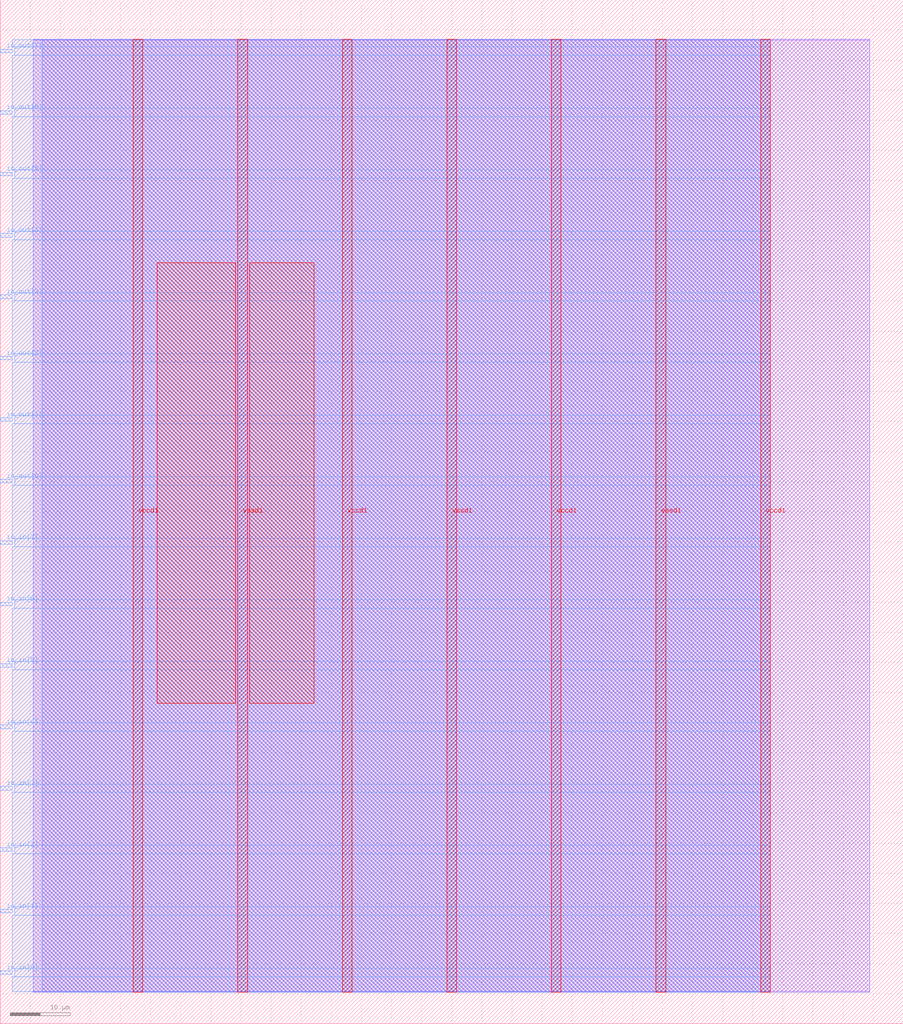
<source format=lef>
VERSION 5.7 ;
  NOWIREEXTENSIONATPIN ON ;
  DIVIDERCHAR "/" ;
  BUSBITCHARS "[]" ;
MACRO wren6991_whisk_tt2_io_wrapper
  CLASS BLOCK ;
  FOREIGN wren6991_whisk_tt2_io_wrapper ;
  ORIGIN 0.000 0.000 ;
  SIZE 150.000 BY 170.000 ;
  PIN io_in[0]
    DIRECTION INPUT ;
    USE SIGNAL ;
    PORT
      LAYER met3 ;
        RECT 0.000 8.200 2.000 8.800 ;
    END
  END io_in[0]
  PIN io_in[1]
    DIRECTION INPUT ;
    USE SIGNAL ;
    PORT
      LAYER met3 ;
        RECT 0.000 18.400 2.000 19.000 ;
    END
  END io_in[1]
  PIN io_in[2]
    DIRECTION INPUT ;
    USE SIGNAL ;
    PORT
      LAYER met3 ;
        RECT 0.000 28.600 2.000 29.200 ;
    END
  END io_in[2]
  PIN io_in[3]
    DIRECTION INPUT ;
    USE SIGNAL ;
    PORT
      LAYER met3 ;
        RECT 0.000 38.800 2.000 39.400 ;
    END
  END io_in[3]
  PIN io_in[4]
    DIRECTION INPUT ;
    USE SIGNAL ;
    PORT
      LAYER met3 ;
        RECT 0.000 49.000 2.000 49.600 ;
    END
  END io_in[4]
  PIN io_in[5]
    DIRECTION INPUT ;
    USE SIGNAL ;
    PORT
      LAYER met3 ;
        RECT 0.000 59.200 2.000 59.800 ;
    END
  END io_in[5]
  PIN io_in[6]
    DIRECTION INPUT ;
    USE SIGNAL ;
    PORT
      LAYER met3 ;
        RECT 0.000 69.400 2.000 70.000 ;
    END
  END io_in[6]
  PIN io_in[7]
    DIRECTION INPUT ;
    USE SIGNAL ;
    PORT
      LAYER met3 ;
        RECT 0.000 79.600 2.000 80.200 ;
    END
  END io_in[7]
  PIN io_out[0]
    DIRECTION OUTPUT TRISTATE ;
    USE SIGNAL ;
    PORT
      LAYER met3 ;
        RECT 0.000 89.800 2.000 90.400 ;
    END
  END io_out[0]
  PIN io_out[1]
    DIRECTION OUTPUT TRISTATE ;
    USE SIGNAL ;
    PORT
      LAYER met3 ;
        RECT 0.000 100.000 2.000 100.600 ;
    END
  END io_out[1]
  PIN io_out[2]
    DIRECTION OUTPUT TRISTATE ;
    USE SIGNAL ;
    PORT
      LAYER met3 ;
        RECT 0.000 110.200 2.000 110.800 ;
    END
  END io_out[2]
  PIN io_out[3]
    DIRECTION OUTPUT TRISTATE ;
    USE SIGNAL ;
    PORT
      LAYER met3 ;
        RECT 0.000 120.400 2.000 121.000 ;
    END
  END io_out[3]
  PIN io_out[4]
    DIRECTION OUTPUT TRISTATE ;
    USE SIGNAL ;
    PORT
      LAYER met3 ;
        RECT 0.000 130.600 2.000 131.200 ;
    END
  END io_out[4]
  PIN io_out[5]
    DIRECTION OUTPUT TRISTATE ;
    USE SIGNAL ;
    PORT
      LAYER met3 ;
        RECT 0.000 140.800 2.000 141.400 ;
    END
  END io_out[5]
  PIN io_out[6]
    DIRECTION OUTPUT TRISTATE ;
    USE SIGNAL ;
    PORT
      LAYER met3 ;
        RECT 0.000 151.000 2.000 151.600 ;
    END
  END io_out[6]
  PIN io_out[7]
    DIRECTION OUTPUT TRISTATE ;
    USE SIGNAL ;
    PORT
      LAYER met3 ;
        RECT 0.000 161.200 2.000 161.800 ;
    END
  END io_out[7]
  PIN vccd1
    DIRECTION INOUT ;
    USE POWER ;
    PORT
      LAYER met4 ;
        RECT 22.090 5.200 23.690 163.440 ;
    END
    PORT
      LAYER met4 ;
        RECT 56.830 5.200 58.430 163.440 ;
    END
    PORT
      LAYER met4 ;
        RECT 91.570 5.200 93.170 163.440 ;
    END
    PORT
      LAYER met4 ;
        RECT 126.310 5.200 127.910 163.440 ;
    END
  END vccd1
  PIN vssd1
    DIRECTION INOUT ;
    USE GROUND ;
    PORT
      LAYER met4 ;
        RECT 39.460 5.200 41.060 163.440 ;
    END
    PORT
      LAYER met4 ;
        RECT 74.200 5.200 75.800 163.440 ;
    END
    PORT
      LAYER met4 ;
        RECT 108.940 5.200 110.540 163.440 ;
    END
  END vssd1
  OBS
      LAYER li1 ;
        RECT 5.520 5.355 144.440 163.285 ;
      LAYER met1 ;
        RECT 5.520 5.200 144.440 163.440 ;
      LAYER met2 ;
        RECT 6.990 5.255 127.880 163.385 ;
      LAYER met3 ;
        RECT 2.000 162.200 127.900 163.365 ;
        RECT 2.400 160.800 127.900 162.200 ;
        RECT 2.000 152.000 127.900 160.800 ;
        RECT 2.400 150.600 127.900 152.000 ;
        RECT 2.000 141.800 127.900 150.600 ;
        RECT 2.400 140.400 127.900 141.800 ;
        RECT 2.000 131.600 127.900 140.400 ;
        RECT 2.400 130.200 127.900 131.600 ;
        RECT 2.000 121.400 127.900 130.200 ;
        RECT 2.400 120.000 127.900 121.400 ;
        RECT 2.000 111.200 127.900 120.000 ;
        RECT 2.400 109.800 127.900 111.200 ;
        RECT 2.000 101.000 127.900 109.800 ;
        RECT 2.400 99.600 127.900 101.000 ;
        RECT 2.000 90.800 127.900 99.600 ;
        RECT 2.400 89.400 127.900 90.800 ;
        RECT 2.000 80.600 127.900 89.400 ;
        RECT 2.400 79.200 127.900 80.600 ;
        RECT 2.000 70.400 127.900 79.200 ;
        RECT 2.400 69.000 127.900 70.400 ;
        RECT 2.000 60.200 127.900 69.000 ;
        RECT 2.400 58.800 127.900 60.200 ;
        RECT 2.000 50.000 127.900 58.800 ;
        RECT 2.400 48.600 127.900 50.000 ;
        RECT 2.000 39.800 127.900 48.600 ;
        RECT 2.400 38.400 127.900 39.800 ;
        RECT 2.000 29.600 127.900 38.400 ;
        RECT 2.400 28.200 127.900 29.600 ;
        RECT 2.000 19.400 127.900 28.200 ;
        RECT 2.400 18.000 127.900 19.400 ;
        RECT 2.000 9.200 127.900 18.000 ;
        RECT 2.400 7.800 127.900 9.200 ;
        RECT 2.000 5.275 127.900 7.800 ;
      LAYER met4 ;
        RECT 26.055 53.215 39.060 126.305 ;
        RECT 41.460 53.215 52.145 126.305 ;
  END
END wren6991_whisk_tt2_io_wrapper
END LIBRARY


</source>
